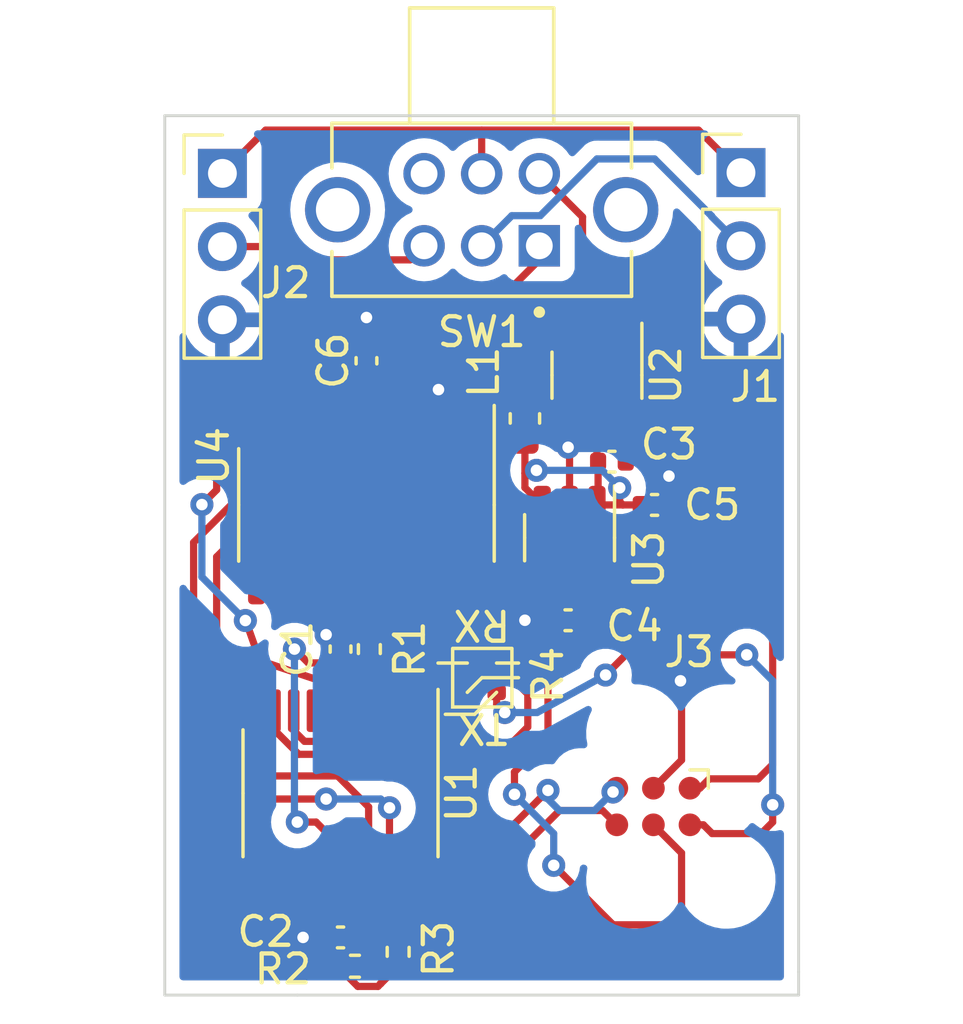
<source format=kicad_pcb>
(kicad_pcb (version 20211014) (generator pcbnew)
  (layers (0 "F.Cu" signal) (31 "B.Cu" signal) (34 "B.Paste" user) (35 "F.Paste" user) (36 "B.SilkS" user "B.Silkscreen") (37 "F.SilkS" user "F.Silkscreen") (38 "B.Mask" user) (39 "F.Mask" user) (44 "Edge.Cuts" user))
  (net 0 "")
  (net 1 "/3v2")
  (net 2 "GND")
  (net 3 "Net-(C3-Pad1)")
  (net 4 "/3v3")
  (net 5 "/12V_IN")
  (net 6 "/MCU_SENSE")
  (net 7 "/PEDAL_IN")
  (net 8 "Net-(L1-Pad2)")
  (net 9 "Net-(R1-Pad2)")
  (net 10 "/RESISTOR_SENSE")
  (net 11 "+12V")
  (net 23 "/SCL")
  (net 24 "/SDA")
  (net 29 "/TX")
  (net 30 "/RX")
  (net 31 "/SWDCLK")
  (net 32 "/SWDIO")
  (net 33 "/TXD")
  (net 34 "/RXD")
  (footprint "Capacitor_SMD:C_0402_1005Metric" (layer "F.Cu") (at 179.52 80 180)
    (fp_text reference "C3" (at -1.98 0.6) (layer "F.SilkS"))
    (fp_text value "100nf")
    (fp_line (start -0.107836 0.36) (end 0.107836 0.36) (layer "F.SilkS") (width 0.12))
    (fp_line (start -0.107836 -0.36) (end 0.107836 -0.36) (layer "F.SilkS") (width 0.12))
    (pad "1" smd roundrect (at -0.48 0 180) (size 0.56 0.62) (layers "F.Cu" "F.Paste" "F.Mask") (net 3 "Net-(C3-Pad1)"))
    (pad "2" smd roundrect (at 0.48 0 180) (size 0.56 0.62) (layers "F.Cu" "F.Paste" "F.Mask") (net 4 "/3v3"))
  )
  (footprint "Inductor_SMD:L_0603_1608Metric" (layer "F.Cu") (at 176.5 78.5 90)
    (fp_text reference "L1" (at 1.6 -1.43 90) (layer "F.SilkS"))
    (fp_text value "2.2u")
    (fp_line (start -0.162779 -0.51) (end 0.162779 -0.51) (layer "F.SilkS") (width 0.12))
    (fp_line (start -0.162779 0.51) (end 0.162779 0.51) (layer "F.SilkS") (width 0.12))
    (pad "1" smd roundrect (at -0.7875 0 90) (size 0.875 0.95) (layers "F.Cu" "F.Paste" "F.Mask") (net 4 "/3v3"))
    (pad "2" smd roundrect (at 0.7875 0 90) (size 0.875 0.95) (layers "F.Cu" "F.Paste" "F.Mask") (net 8 "Net-(L1-Pad2)"))
  )
  (footprint "Connector_PinHeader_2.54mm:PinHeader_1x03_P2.54mm_Vertical" (layer "F.Cu") (at 184 69.975)
    (fp_text reference "J1" (at 0.5 7.425) (layer "F.SilkS"))
    (fp_text value "Conn_01x03_Female")
    (fp_line (start 1.33 1.27) (end 1.33 6.41) (layer "F.SilkS") (width 0.12))
    (fp_line (start -1.33 -1.33) (end 0 -1.33) (layer "F.SilkS") (width 0.12))
    (fp_line (start -1.33 1.27) (end -1.33 6.41) (layer "F.SilkS") (width 0.12))
    (fp_line (start -1.33 0) (end -1.33 -1.33) (layer "F.SilkS") (width 0.12))
    (fp_line (start -1.33 1.27) (end 1.33 1.27) (layer "F.SilkS") (width 0.12))
    (fp_line (start -1.33 6.41) (end 1.33 6.41) (layer "F.SilkS") (width 0.12))
    (pad "1" thru_hole rect (at 0 0) (size 1.7 1.7) (drill 1) (layers *.Cu *.Mask) (net 5 "/12V_IN"))
    (pad "2" thru_hole oval (at 0 2.54) (size 1.7 1.7) (drill 1) (layers *.Cu *.Mask) (net 6 "/MCU_SENSE"))
    (pad "3" thru_hole oval (at 0 5.08) (size 1.7 1.7) (drill 1) (layers *.Cu *.Mask) (net 2 "GND"))
  )
  (footprint "Package_TO_SOT_SMD:TSOT-23-6" (layer "F.Cu") (at 179 77 -90)
    (fp_text reference "U2" (at 0 -2.4 90) (layer "F.SilkS"))
    (fp_text value "AP63203WU")
    (fp_line (start 0 1.56) (end -0.8 1.56) (layer "F.SilkS") (width 0.12))
    (fp_line (start 0 -1.56) (end -1.8 -1.56) (layer "F.SilkS") (width 0.12))
    (fp_line (start 0 -1.56) (end 0.8 -1.56) (layer "F.SilkS") (width 0.12))
    (fp_line (start 0 1.56) (end 0.8 1.56) (layer "F.SilkS") (width 0.12))
    (pad "1" smd roundrect (at -1.1375 -0.95 270) (size 1.325 0.6) (layers "F.Cu" "F.Paste" "F.Mask") (net 8 "Net-(L1-Pad2)"))
    (pad "2" smd roundrect (at -1.1375 0 270) (size 1.325 0.6) (layers "F.Cu" "F.Paste" "F.Mask") (net 11 "+12V"))
    (pad "3" smd roundrect (at -1.1375 0.95 270) (size 1.325 0.6) (layers "F.Cu" "F.Paste" "F.Mask") (net 11 "+12V"))
    (pad "4" smd roundrect (at 1.1375 0.95 270) (size 1.325 0.6) (layers "F.Cu" "F.Paste" "F.Mask") (net 2 "GND"))
    (pad "5" smd roundrect (at 1.1375 0 270) (size 1.325 0.6) (layers "F.Cu" "F.Paste" "F.Mask") (net 4 "/3v3"))
    (pad "6" smd roundrect (at 1.1375 -0.95 270) (size 1.325 0.6) (layers "F.Cu" "F.Paste" "F.Mask") (net 3 "Net-(C3-Pad1)"))
  )
  (footprint "Connector:Tag-Connect_TC2030-IDC-FP_2x03_P1.27mm_Vertical" (layer "F.Cu") (at 180.96 91.96 180)
    (fp_text reference "J3" (at -1.24 5.36) (layer "F.SilkS"))
    (fp_text value "TAG_CONNECT")
    (fp_line (start -1.27 1.27) (end -1.905 1.27) (layer "F.SilkS") (width 0.12))
    (fp_line (start -1.905 1.27) (end -1.905 0.635) (layer "F.SilkS") (width 0.12))
    (pad "" np_thru_hole circle (at -2.54 -2.54 180) (size 2.3749 2.3749) (drill 2.3749) (layers *.Cu *.Mask))
    (pad "" np_thru_hole circle (at -2.54 0 180) (size 0.9906 0.9906) (drill 0.9906) (layers *.Cu *.Mask))
    (pad "" np_thru_hole circle (at 0.635 2.54 180) (size 2.3749 2.3749) (drill 2.3749) (layers *.Cu *.Mask))
    (pad "" np_thru_hole circle (at 2.54 1.016 180) (size 0.9906 0.9906) (drill 0.9906) (layers *.Cu *.Mask))
    (pad "" np_thru_hole circle (at 2.54 -1.016 180) (size 0.9906 0.9906) (drill 0.9906) (layers *.Cu *.Mask))
    (pad "" np_thru_hole circle (at 0.635 -2.54 180) (size 2.3749 2.3749) (drill 2.3749) (layers *.Cu *.Mask))
    (pad "" np_thru_hole circle (at -2.54 2.54 180) (size 2.3749 2.3749) (drill 2.3749) (layers *.Cu *.Mask))
    (pad "1" connect circle (at -1.27 0.635 180) (size 0.7874 0.7874) (layers "F.Cu" "F.Mask") (net 4 "/3v3"))
    (pad "2" connect circle (at -1.27 -0.635 180) (size 0.7874 0.7874) (layers "F.Cu" "F.Mask") (net 29 "/TX"))
    (pad "3" connect circle (at 0 0.635 180) (size 0.7874 0.7874) (layers "F.Cu" "F.Mask") (net 2 "GND"))
    (pad "4" connect circle (at 0 -0.635 180) (size 0.7874 0.7874) (layers "F.Cu" "F.Mask") (net 30 "/RX"))
    (pad "5" connect circle (at 1.27 0.635 180) (size 0.7874 0.7874) (layers "F.Cu" "F.Mask") (net 31 "/SWDCLK"))
    (pad "6" connect circle (at 1.27 -0.635 180) (size 0.7874 0.7874) (layers "F.Cu" "F.Mask") (net 32 "/SWDIO"))
  )
  (footprint "Library:SW_EG2208" (layer "F.Cu") (at 175 71.2625 180)
    (fp_text reference "SW1" (at 0 -4.2375) (layer "F.SilkS"))
    (fp_text value "SW_DPDT")
    (fp_line (start -2.5 3) (end -2.5 7) (layer "F.SilkS") (width 0.127))
    (fp_line (start -5.2 -3) (end -5.2 -1.4525) (layer "F.SilkS") (width 0.127))
    (fp_line (start 2.5 3) (end 5.2 3) (layer "F.SilkS") (width 0.127))
    (fp_line (start -5.2 3) (end -5.2 1.4525) (layer "F.SilkS") (width 0.127))
    (fp_line (start 2.5 7) (end 2.5 3) (layer "F.SilkS") (width 0.127))
    (fp_line (start -2.5 3) (end 2.5 3) (layer "F.SilkS") (width 0.127))
    (fp_line (start -2.5 7) (end 2.5 7) (layer "F.SilkS") (width 0.127))
    (fp_line (start -5.2 3) (end -2.5 3) (layer "F.SilkS") (width 0.127))
    (fp_line (start 5.2 -3) (end -5.2 -3) (layer "F.SilkS") (width 0.127))
    (fp_line (start 5.2 -1.4525) (end 5.2 -3) (layer "F.SilkS") (width 0.127))
    (fp_line (start 5.2 3) (end 5.2 1.4525) (layer "F.SilkS") (width 0.127))
    (fp_circle (center -2 -3.55) (end -1.9 -3.55) (layer "F.SilkS") (width 0.2) (fill none))
    (pad "1" thru_hole rect (at -2 -1.25 180) (size 1.438 1.438) (drill 0.93) (layers *.Cu *.Mask) (net 10 "/RESISTOR_SENSE"))
    (pad "2" thru_hole circle (at 0 -1.25 180) (size 1.438 1.438) (drill 0.93) (layers *.Cu *.Mask) (net 6 "/MCU_SENSE"))
    (pad "3" thru_hole circle (at 2 -1.25 180) (size 1.438 1.438) (drill 0.93) (layers *.Cu *.Mask) (net 7 "/PEDAL_IN"))
    (pad "4" thru_hole circle (at -2 1.25 180) (size 1.438 1.438) (drill 0.93) (layers *.Cu *.Mask) (net 11 "+12V"))
    (pad "5" thru_hole circle (at 0 1.25 180) (size 1.438 1.438) (drill 0.93) (layers *.Cu *.Mask) (net 5 "/12V_IN"))
    (pad "6" thru_hole circle (at 2 1.25 180) (size 1.438 1.438) (drill 0.93) (layers *.Cu *.Mask))
    (pad "S1" thru_hole circle (at -5 0 180) (size 2.265 2.265) (drill 1.51) (layers *.Cu *.Mask))
    (pad "S2" thru_hole circle (at 5 0 180) (size 2.265 2.265) (drill 1.51) (layers *.Cu *.Mask))
  )
  (footprint "Capacitor_SMD:C_0402_1005Metric" (layer "F.Cu") (at 170.1 96.500002 180)
    (fp_text reference "C2" (at 2.6 0.200002) (layer "F.SilkS"))
    (fp_text value "0.1u")
    (fp_line (start -0.107836 -0.36) (end 0.107836 -0.36) (layer "F.SilkS") (width 0.12))
    (fp_line (start -0.107836 0.36) (end 0.107836 0.36) (layer "F.SilkS") (width 0.12))
    (pad "1" smd roundrect (at -0.48 0 180) (size 0.56 0.62) (layers "F.Cu" "F.Paste" "F.Mask") (net 1 "/3v2"))
    (pad "2" smd roundrect (at 0.48 0 180) (size 0.56 0.62) (layers "F.Cu" "F.Paste" "F.Mask") (net 2 "GND"))
  )
  (footprint "Capacitor_SMD:C_0402_1005Metric" (layer "F.Cu") (at 170.1 86.5 90)
    (fp_text reference "C1" (at 0 -1.5 90) (layer "F.SilkS"))
    (fp_text value "0.1u")
    (fp_line (start -0.107836 -0.36) (end 0.107836 -0.36) (layer "F.SilkS") (width 0.12))
    (fp_line (start -0.107836 0.36) (end 0.107836 0.36) (layer "F.SilkS") (width 0.12))
    (pad "1" smd roundrect (at -0.48 0 90) (size 0.56 0.62) (layers "F.Cu" "F.Paste" "F.Mask") (net 1 "/3v2"))
    (pad "2" smd roundrect (at 0.48 0 90) (size 0.56 0.62) (layers "F.Cu" "F.Paste" "F.Mask") (net 2 "GND"))
  )
  (footprint "Package_SO:SOIC-14_3.9x8.7mm_P1.27mm" (layer "F.Cu") (at 171 81.5 -90)
    (fp_text reference "U4" (at -1.7 5.3 90) (layer "F.SilkS"))
    (fp_text value "AD5241BRZ1M")
    (fp_line (start 0 4.435) (end -1.95 4.435) (layer "F.SilkS") (width 0.12))
    (fp_line (start 0 -4.435) (end 1.95 -4.435) (layer "F.SilkS") (width 0.12))
    (fp_line (start 0 4.435) (end 1.95 4.435) (layer "F.SilkS") (width 0.12))
    (fp_line (start 0 -4.435) (end -3.45 -4.435) (layer "F.SilkS") (width 0.12))
    (pad "1" smd roundrect (at -2.475 -3.81 270) (size 1.95 0.6) (layers "F.Cu" "F.Paste" "F.Mask") (net 10 "/RESISTOR_SENSE"))
    (pad "2" smd roundrect (at -2.475 -2.54 270) (size 1.95 0.6) (layers "F.Cu" "F.Paste" "F.Mask") (net 2 "GND"))
    (pad "3" smd roundrect (at -2.475 -1.27 270) (size 1.95 0.6) (layers "F.Cu" "F.Paste" "F.Mask"))
    (pad "4" smd roundrect (at -2.475 0 270) (size 1.95 0.6) (layers "F.Cu" "F.Paste" "F.Mask") (net 1 "/3v2"))
    (pad "5" smd roundrect (at -2.475 1.27 270) (size 1.95 0.6) (layers "F.Cu" "F.Paste" "F.Mask") (net 1 "/3v2"))
    (pad "6" smd roundrect (at -2.475 2.54 270) (size 1.95 0.6) (layers "F.Cu" "F.Paste" "F.Mask") (net 23 "/SCL"))
    (pad "7" smd roundrect (at -2.475 3.81 270) (size 1.95 0.6) (layers "F.Cu" "F.Paste" "F.Mask") (net 24 "/SDA"))
    (pad "8" smd roundrect (at 2.475 3.81 270) (size 1.95 0.6) (layers "F.Cu" "F.Paste" "F.Mask") (net 2 "GND"))
    (pad "9" smd roundrect (at 2.475 2.54 270) (size 1.95 0.6) (layers "F.Cu" "F.Paste" "F.Mask") (net 2 "GND"))
    (pad "10" smd roundrect (at 2.475 1.27 270) (size 1.95 0.6) (layers "F.Cu" "F.Paste" "F.Mask") (net 2 "GND"))
    (pad "11" smd roundrect (at 2.475 0 270) (size 1.95 0.6) (layers "F.Cu" "F.Paste" "F.Mask") (net 2 "GND"))
    (pad "12" smd roundrect (at 2.475 -1.27 270) (size 1.95 0.6) (layers "F.Cu" "F.Paste" "F.Mask"))
    (pad "13" smd roundrect (at 2.475 -2.54 270) (size 1.95 0.6) (layers "F.Cu" "F.Paste" "F.Mask"))
    (pad "14" smd roundrect (at 2.475 -3.81 270) (size 1.95 0.6) (layers "F.Cu" "F.Paste" "F.Mask"))
  )
  (footprint "Package_TO_SOT_SMD:SOT-23-5" (layer "F.Cu") (at 178.050001 82.6375 -90)
    (fp_text reference "U3" (at 0.7625 -2.749999 90) (layer "F.SilkS"))
    (fp_text value "TLV70032_SOT23-5")
    (fp_line (start 0 1.56) (end 0.8 1.56) (layer "F.SilkS") (width 0.12))
    (fp_line (start 0 -1.56) (end -1.8 -1.56) (layer "F.SilkS") (width 0.12))
    (fp_line (start 0 1.56) (end -0.8 1.56) (layer "F.SilkS") (width 0.12))
    (fp_line (start 0 -1.56) (end 0.8 -1.56) (layer "F.SilkS") (width 0.12))
    (pad "1" smd roundrect (at -1.1375 -0.95 270) (size 1.325 0.6) (layers "F.Cu" "F.Paste" "F.Mask") (net 4 "/3v3"))
    (pad "2" smd roundrect (at -1.1375 0 270) (size 1.325 0.6) (layers "F.Cu" "F.Paste" "F.Mask") (net 2 "GND"))
    (pad "3" smd roundrect (at -1.1375 0.95 270) (size 1.325 0.6) (layers "F.Cu" "F.Paste" "F.Mask") (net 4 "/3v3"))
    (pad "4" smd roundrect (at 1.1375 0.95 270) (size 1.325 0.6) (layers "F.Cu" "F.Paste" "F.Mask"))
    (pad "5" smd roundrect (at 1.1375 -0.95 270) (size 1.325 0.6) (layers "F.Cu" "F.Paste" "F.Mask") (net 1 "/3v2"))
  )
  (footprint "Resistor_SMD:R_0402_1005Metric" (layer "F.Cu") (at 170.6 97.5)
    (fp_text reference "R2" (at -2.5 0.1) (layer "F.SilkS"))
    (fp_text value "4.7k")
    (fp_line (start -0.153641 0.38) (end 0.153641 0.38) (layer "F.SilkS") (width 0.12))
    (fp_line (start -0.153641 -0.38) (end 0.153641 -0.38) (layer "F.SilkS") (width 0.12))
    (pad "1" smd roundrect (at -0.51 0) (size 0.54 0.64) (layers "F.Cu" "F.Paste" "F.Mask") (net 1 "/3v2"))
    (pad "2" smd roundrect (at 0.51 0) (size 0.54 0.64) (layers "F.Cu" "F.Paste" "F.Mask") (net 23 "/SCL"))
  )
  (footprint "Resistor_SMD:R_0402_1005Metric" (layer "F.Cu") (at 172.1 97 90)
    (fp_text reference "R3" (at 0.1 1.4 90) (layer "F.SilkS"))
    (fp_text value "4.7k")
    (fp_line (start -0.153641 -0.38) (end 0.153641 -0.38) (layer "F.SilkS") (width 0.12))
    (fp_line (start -0.153641 0.38) (end 0.153641 0.38) (layer "F.SilkS") (width 0.12))
    (pad "1" smd roundrect (at -0.51 0 90) (size 0.54 0.64) (layers "F.Cu" "F.Paste" "F.Mask") (net 1 "/3v2"))
    (pad "2" smd roundrect (at 0.51 0 90) (size 0.54 0.64) (layers "F.Cu" "F.Paste" "F.Mask") (net 24 "/SDA"))
  )
  (footprint "Resistor_SMD:R_0402_1005Metric" (layer "F.Cu") (at 171.1 86.5 -90)
    (fp_text reference "R1" (at 0 -1.4 90) (layer "F.SilkS"))
    (fp_text value "10k")
    (fp_line (start -0.153641 -0.38) (end 0.153641 -0.38) (layer "F.SilkS") (width 0.12))
    (fp_line (start -0.153641 0.38) (end 0.153641 0.38) (layer "F.SilkS") (width 0.12))
    (pad "1" smd roundrect (at -0.51 0 270) (size 0.54 0.64) (layers "F.Cu" "F.Paste" "F.Mask") (net 1 "/3v2"))
    (pad "2" smd roundrect (at 0.51 0 270) (size 0.54 0.64) (layers "F.Cu" "F.Paste" "F.Mask") (net 9 "Net-(R1-Pad2)"))
  )
  (footprint "Capacitor_SMD:C_0402_1005Metric" (layer "F.Cu") (at 178 85.5 180)
    (fp_text reference "C4" (at -2.3 -0.2) (layer "F.SilkS"))
    (fp_text value "22u")
    (fp_line (start -0.107836 0.36) (end 0.107836 0.36) (layer "F.SilkS") (width 0.12))
    (fp_line (start -0.107836 -0.36) (end 0.107836 -0.36) (layer "F.SilkS") (width 0.12))
    (pad "1" smd roundrect (at -0.48 0 180) (size 0.56 0.62) (layers "F.Cu" "F.Paste" "F.Mask") (net 1 "/3v2"))
    (pad "2" smd roundrect (at 0.48 0 180) (size 0.56 0.62) (layers "F.Cu" "F.Paste" "F.Mask") (net 2 "GND"))
  )
  (footprint "Capacitor_SMD:C_0402_1005Metric" (layer "F.Cu") (at 181 81.5)
    (fp_text reference "C5" (at 2 0) (layer "F.SilkS"))
    (fp_text value "22u")
    (fp_line (start -0.107836 0.36) (end 0.107836 0.36) (layer "F.SilkS") (width 0.12))
    (fp_line (start -0.107836 -0.36) (end 0.107836 -0.36) (layer "F.SilkS") (width 0.12))
    (pad "1" smd roundrect (at -0.48 0) (size 0.56 0.62) (layers "F.Cu" "F.Paste" "F.Mask") (net 4 "/3v3"))
    (pad "2" smd roundrect (at 0.48 0) (size 0.56 0.62) (layers "F.Cu" "F.Paste" "F.Mask") (net 2 "GND"))
  )
  (footprint "Capacitor_SMD:C_0402_1005Metric" (layer "F.Cu") (at 171 76.5 90)
    (fp_text reference "C6" (at 0 -1.16 90) (layer "F.SilkS"))
    (fp_text value "0.1u")
    (fp_line (start -0.107836 -0.36) (end 0.107836 -0.36) (layer "F.SilkS") (width 0.12))
    (fp_line (start -0.107836 0.36) (end 0.107836 0.36) (layer "F.SilkS") (width 0.12))
    (pad "1" smd roundrect (at -0.48 0 90) (size 0.56 0.62) (layers "F.Cu" "F.Paste" "F.Mask") (net 1 "/3v2"))
    (pad "2" smd roundrect (at 0.48 0 90) (size 0.56 0.62) (layers "F.Cu" "F.Paste" "F.Mask") (net 2 "GND"))
  )
  (footprint "Package_SO:TSSOP-20_4.4x6.5mm_P0.65mm" (layer "F.Cu") (at 170.1 91.5 -90)
    (fp_text reference "U1" (at 0 -4.2 90) (layer "F.SilkS"))
    (fp_text value "STM32F030F4Px")
    (fp_line (start 0 3.385) (end 2.2 3.385) (layer "F.SilkS") (width 0.12))
    (fp_line (start 0 -3.385) (end -3.6 -3.385) (layer "F.SilkS") (width 0.12))
    (fp_line (start 0 -3.385) (end 2.2 -3.385) (layer "F.SilkS") (width 0.12))
    (fp_line (start 0 3.385) (end -2.2 3.385) (layer "F.SilkS") (width 0.12))
    (pad "1" smd roundrect (at -2.8625 -2.925 270) (size 1.475 0.4) (layers "F.Cu" "F.Paste" "F.Mask"))
    (pad "2" smd roundrect (at -2.8625 -2.275 270) (size 1.475 0.4) (layers "F.Cu" "F.Paste" "F.Mask"))
    (pad "3" smd roundrect (at -2.8625 -1.625 270) (size 1.475 0.4) (layers "F.Cu" "F.Paste" "F.Mask"))
    (pad "4" smd roundrect (at -2.8625 -0.975 270) (size 1.475 0.4) (layers "F.Cu" "F.Paste" "F.Mask") (net 9 "Net-(R1-Pad2)"))
    (pad "5" smd roundrect (at -2.8625 -0.325 270) (size 1.475 0.4) (layers "F.Cu" "F.Paste" "F.Mask") (net 1 "/3v2"))
    (pad "6" smd roundrect (at -2.8625 0.325 270) (size 1.475 0.4) (layers "F.Cu" "F.Paste" "F.Mask") (net 7 "/PEDAL_IN"))
    (pad "7" smd roundrect (at -2.8625 0.975 270) (size 1.475 0.4) (layers "F.Cu" "F.Paste" "F.Mask"))
    (pad "8" smd roundrect (at -2.8625 1.625 270) (size 1.475 0.4) (layers "F.Cu" "F.Paste" "F.Mask") (net 33 "/TXD"))
    (pad "9" smd roundrect (at -2.8625 2.275 270) (size 1.475 0.4) (layers "F.Cu" "F.Paste" "F.Mask") (net 34 "/RXD"))
    (pad "10" smd roundrect (at -2.8625 2.925 270) (size 1.475 0.4) (layers "F.Cu" "F.Paste" "F.Mask"))
    (pad "11" smd roundrect (at 2.8625 2.925 270) (size 1.475 0.4) (layers "F.Cu" "F.Paste" "F.Mask"))
    (pad "12" smd roundrect (at 2.8625 2.275 270) (size 1.475 0.4) (layers "F.Cu" "F.Paste" "F.Mask"))
    (pad "13" smd roundrect (at 2.8625 1.625 270) (size 1.475 0.4) (layers "F.Cu" "F.Paste" "F.Mask"))
    (pad "14" smd roundrect (at 2.8625 0.975 270) (size 1.475 0.4) (layers "F.Cu" "F.Paste" "F.Mask"))
    (pad "15" smd roundrect (at 2.8625 0.325 270) (size 1.475 0.4) (layers "F.Cu" "F.Paste" "F.Mask") (net 2 "GND"))
    (pad "16" smd roundrect (at 2.8625 -0.325 270) (size 1.475 0.4) (layers "F.Cu" "F.Paste" "F.Mask") (net 1 "/3v2"))
    (pad "17" smd roundrect (at 2.8625 -0.975 270) (size 1.475 0.4) (layers "F.Cu" "F.Paste" "F.Mask") (net 23 "/SCL"))
    (pad "18" smd roundrect (at 2.8625 -1.625 270) (size 1.475 0.4) (layers "F.Cu" "F.Paste" "F.Mask") (net 24 "/SDA"))
    (pad "19" smd roundrect (at 2.8625 -2.275 270) (size 1.475 0.4) (layers "F.Cu" "F.Paste" "F.Mask") (net 32 "/SWDIO"))
    (pad "20" smd roundrect (at 2.8625 -2.925 270) (size 1.475 0.4) (layers "F.Cu" "F.Paste" "F.Mask") (net 31 "/SWDCLK"))
  )
  (footprint "Connector_PinHeader_2.54mm:PinHeader_1x03_P2.54mm_Vertical" (layer "F.Cu") (at 166 70)
    (fp_text reference "J2" (at 2.2 3.8) (layer "F.SilkS"))
    (fp_text value "Conn_01x03_Female")
    (fp_line (start -1.33 0) (end -1.33 -1.33) (layer "F.SilkS") (width 0.12))
    (fp_line (start -1.33 6.41) (end 1.33 6.41) (layer "F.SilkS") (width 0.12))
    (fp_line (start -1.33 1.27) (end 1.33 1.27) (layer "F.SilkS") (width 0.12))
    (fp_line (start -1.33 1.27) (end -1.33 6.41) (layer "F.SilkS") (width 0.12))
    (fp_line (start -1.33 -1.33) (end 0 -1.33) (layer "F.SilkS") (width 0.12))
    (fp_line (start 1.33 1.27) (end 1.33 6.41) (layer "F.SilkS") (width 0.12))
    (pad "1" thru_hole rect (at 0 0) (size 1.7 1.7) (drill 1) (layers *.Cu *.Mask) (net 5 "/12V_IN"))
    (pad "2" thru_hole oval (at 0 2.54) (size 1.7 1.7) (drill 1) (layers *.Cu *.Mask) (net 7 "/PEDAL_IN"))
    (pad "3" thru_hole oval (at 0 5.08) (size 1.7 1.7) (drill 1) (layers *.Cu *.Mask) (net 2 "GND"))
  )
  (footprint "Library:UartSelector" (layer "F.Cu") (at 174.5 88 90)
    (fp_text reference "R4" (at 0.6 2.8 90 unlocked) (layer "F.SilkS"))
    (fp_text value "UartSelector")
    (fp_text user "RX" (at 2.3368 0.508 180 unlocked) (layer "F.SilkS"))
    (fp_text user "TX" (at -1.2446 0.5334 180 unlocked) (layer "F.SilkS"))
    (fp_line (start -0.762 0.254) (end -0.762 -0.762) (layer "F.SilkS") (width 0.12))
    (fp_line (start 0 0) (end 0.508 0.508) (layer "F.SilkS") (width 0.12))
    (fp_line (start 1.016 0) (end 1.016 -1.016) (layer "F.SilkS") (width 0.12))
    (fp_line (start 1.016 1.016) (end 1.016 1.778) (layer "F.SilkS") (width 0.12))
    (fp_line (start 0.508 0.508) (end 0.508 1.778) (layer "F.SilkS") (width 0.12))
    (fp_line (start 0 1.016) (end -0.762 0.254) (layer "F.SilkS") (width 0.12))
    (fp_rect (start -0.508 -0.508) (end 1.524 1.5494) (layer "F.SilkS") (width 0.12) (fill none))
    (pad "1" smd roundrect (at 0 1.02 90) (size 0.54 0.64) (layers "F.Cu" "F.Paste" "F.Mask") (net 29 "/TX"))
    (pad "2" smd roundrect (at 0 0 90) (size 0.54 0.64) (layers "F.Cu" "F.Paste" "F.Mask") (net 33 "/TXD"))
    (pad "3" smd roundrect (at 1.02 1.02 90) (size 0.54 0.64) (layers "F.Cu" "F.Paste" "F.Mask") (net 34 "/RXD"))
    (pad "4" smd roundrect (at 1.02 0 90) (size 0.54 0.64) (layers "F.Cu" "F.Paste" "F.Mask") (net 30 "/RX"))
  )
  (gr_line (start 164 98.5) (end 168.6 98.5) (layer "Edge.Cuts") (width 0.1))
  (gr_line (start 164 68) (end 186 68) (layer "Edge.Cuts") (width 0.1))
  (gr_line (start 164 68) (end 164 98.5) (layer "Edge.Cuts") (width 0.1))
  (gr_line (start 168.6 98.5) (end 186 98.5) (layer "Edge.Cuts") (width 0.1))
  (gr_line (start 186 98.5) (end 186 97.7) (layer "Edge.Cuts") (width 0.1))
  (gr_line (start 186 68) (end 186 97.7) (layer "Edge.Cuts") (width 0.1))
  (segment (start 170.425001 94.3625) (end 170.425 96.345001) (width 0.25) (layer "F.Cu") (net 1))
  (segment (start 170.425 94.3625) (end 170.425 93.673959) (width 0.25) (layer "F.Cu") (net 1))
  (segment (start 179.000001 83.775) (end 179.000001 84.979999) (width 0.25) (layer "F.Cu") (net 1))
  (segment (start 172.04 85.99) (end 171.1 85.99) (width 0.25) (layer "F.Cu") (net 1))
  (segment (start 169.251041 92.5) (end 168.6 92.5) (width 0.25) (layer "F.Cu") (net 1))
  (segment (start 171.5 81.558249) (end 172.915 82.973249) (width 0.25) (layer "F.Cu") (net 1))
  (segment (start 179.000001 83.775) (end 177.725001 82.5) (width 0.25) (layer "F.Cu") (net 1))
  (segment (start 171.5 80.5) (end 171 80) (width 0.25) (layer "F.Cu") (net 1))
  (segment (start 170.425 93.673959) (end 169.251041 92.5) (width 0.25) (layer "F.Cu") (net 1))
  (segment (start 176.5 82.5) (end 174.5 80.5) (width 0.25) (layer "F.Cu") (net 1))
  (segment (start 171 76.98) (end 171 79.025) (width 0.25) (layer "F.Cu") (net 1))
  (segment (start 177.725001 82.5) (end 176.5 82.5) (width 0.25) (layer "F.Cu") (net 1))
  (segment (start 170.58 97.01) (end 170.58 96.500001) (width 0.25) (layer "F.Cu") (net 1))
  (segment (start 171.4 98.2) (end 171.5 98.1) (width 0.25) (layer "F.Cu") (net 1))
  (segment (start 170.7 98.2) (end 171.4 98.2) (width 0.25) (layer "F.Cu") (net 1))
  (segment (start 172.09 97.51) (end 171.5 98.1) (width 0.25) (layer "F.Cu") (net 1))
  (segment (start 172.1 97.51) (end 172.09 97.51) (width 0.25) (layer "F.Cu") (net 1))
  (segment (start 170.425 96.345001) (end 170.58 96.500001) (width 0.25) (layer "F.Cu") (net 1))
  (segment (start 171.5 98.1) (end 171.480538 98.1) (width 0.25) (layer "F.Cu") (net 1))
  (segment (start 170.09 97.59) (end 170.7 98.2) (width 0.25) (layer "F.Cu") (net 1))
  (segment (start 172.915 82.973249) (end 172.915 85.115) (width 0.25) (layer "F.Cu") (net 1))
  (segment (start 179.000001 84.979999) (end 178.48 85.5) (width 0.25) (layer "F.Cu") (net 1))
  (segment (start 168.98 86.98) (end 168.5 86.5) (width 0.25) (layer "F.Cu") (net 1))
  (segment (start 170.1 86.98) (end 170.425 87.305) (width 0.25) (layer "F.Cu") (net 1))
  (segment (start 170.09 97.5) (end 170.58 97.01) (width 0.25) (layer "F.Cu") (net 1))
  (segment (start 171.1 85.99) (end 170.11 86.98) (width 0.25) (layer "F.Cu") (net 1))
  (segment (start 171 80) (end 171 79.025) (width 0.25) (layer "F.Cu") (net 1))
  (segment (start 170.1 86.98) (end 168.98 86.98) (width 0.25) (layer "F.Cu") (net 1))
  (segment (start 174.5 80.5) (end 171.5 80.5) (width 0.25) (layer "F.Cu") (net 1))
  (segment (start 170.09 97.5) (end 170.09 97.59) (width 0.25) (layer "F.Cu") (net 1))
  (segment (start 170.11 86.98) (end 170.1 86.98) (width 0.25) (layer "F.Cu") (net 1))
  (segment (start 170.425 87.305) (end 170.425001 88.637501) (width 0.25) (layer "F.Cu") (net 1))
  (segment (start 169.73 79.025) (end 171 79.025) (width 0.25) (layer "F.Cu") (net 1))
  (segment (start 171.5 80.5) (end 171.5 81.558249) (width 0.25) (layer "F.Cu") (net 1))
  (segment (start 172.915 85.115) (end 172.04 85.99) (width 0.25) (layer "F.Cu") (net 1))
  (via (at 168.6 92.5) (size 0.8) (drill 0.4) (layers "F.Cu" "B.Cu") (net 1))
  (via (at 168.5 86.5) (size 0.8) (drill 0.4) (layers "F.Cu" "B.Cu") (net 1))
  (segment (start 168.5 86.5) (end 168.5 92.4) (width 0.25) (layer "B.Cu") (net 1))
  (segment (start 168.5 92.4) (end 168.6 92.5) (width 0.25) (layer "B.Cu") (net 1))
  (segment (start 178.05 79.45) (end 178 79.5) (width 0.25) (layer "F.Cu") (net 2))
  (segment (start 181.937549 87.637549) (end 181.9 87.6) (width 0.25) (layer "F.Cu") (net 2))
  (segment (start 178.050001 81.5) (end 178.050001 79.550001) (width 0.25) (layer "F.Cu") (net 2))
  (segment (start 173.54 79.025) (end 173.54 77.54) (width 0.25) (layer "F.Cu") (net 2))
  (segment (start 169.775 96.345001) (end 169.620001 96.500001) (width 0.25) (layer "F.Cu") (net 2))
  (segment (start 181.48 80.52) (end 181.5 80.5) (width 0.25) (layer "F.Cu") (net 2))
  (segment (start 169.62 96.500001) (end 168.8 96.5) (width 0.25) (layer "F.Cu") (net 2))
  (segment (start 169.73 85.87) (end 169.6 86) (width 0.25) (layer "F.Cu") (net 2))
  (segment (start 167.19 83.975) (end 168.46 83.975) (width 0.25) (layer "F.Cu") (net 2))
  (segment (start 181.937549 90.347451) (end 181.937549 88.3) (width 0.25) (layer "F.Cu") (net 2))
  (segment (start 168.46 83.975) (end 169.73 83.975) (width 0.25) (layer "F.Cu") (net 2))
  (segment (start 169.73 83.975) (end 169.73 85.87) (width 0.25) (layer "F.Cu") (net 2))
  (segment (start 169.73 83.975) (end 171 83.975) (width 0.25) (layer "F.Cu") (net 2))
  (segment (start 181.937549 88.3) (end 181.937549 87.637549) (width 0.25) (layer "F.Cu") (net 2))
  (segment (start 181.48 81.5) (end 181.48 80.52) (width 0.25) (layer "F.Cu") (net 2))
  (segment (start 180.96 91.325) (end 181.937549 90.347451) (width 0.25) (layer "F.Cu") (net 2))
  (segment (start 169.775 94.3625) (end 169.775 96.345001) (width 0.25) (layer "F.Cu") (net 2))
  (segment (start 173.54 77.54) (end 173.5 77.5) (width 0.25) (layer "F.Cu") (net 2))
  (segment (start 169.62 86.02) (end 169.6 86) (width 0.25) (layer "F.Cu") (net 2))
  (segment (start 177.52 85.5) (end 176.5 85.5) (width 0.25) (layer "F.Cu") (net 2))
  (segment (start 170.1 86.02) (end 169.62 86.02) (width 0.25) (layer "F.Cu") (net 2))
  (segment (start 171 76.02) (end 171 75) (width 0.25) (layer "F.Cu") (net 2))
  (segment (start 178.05 78.1375) (end 178.05 79.45) (width 0.25) (layer "F.Cu") (net 2))
  (segment (start 178.050001 79.550001) (end 178 79.5) (width 0.25) (layer "F.Cu") (net 2))
  (via (at 181.9 87.6) (size 0.8) (drill 0.4) (layers "F.Cu" "B.Cu") (net 2))
  (via (at 178 79.5) (size 0.8) (drill 0.4) (layers "F.Cu" "B.Cu") (net 2))
  (via (at 169.6 86) (size 0.8) (drill 0.4) (layers "F.Cu" "B.Cu") (net 2))
  (via (at 181.5 80.5) (size 0.8) (drill 0.4) (layers "F.Cu" "B.Cu") (net 2))
  (via (at 171 75) (size 0.8) (drill 0.4) (layers "F.Cu" "B.Cu") (net 2))
  (via (at 176.5 85.5) (size 0.8) (drill 0.4) (layers "F.Cu" "B.Cu") (net 2))
  (via (at 168.8 96.5) (size 0.8) (drill 0.4) (layers "F.Cu" "B.Cu") (net 2))
  (via (at 173.5 77.5) (size 0.8) (drill 0.4) (layers "F.Cu" "B.Cu") (net 2))
  (segment (start 179.95 79.95) (end 180 80) (width 0.25) (layer "F.Cu") (net 3))
  (segment (start 179.95 78.1375) (end 179.95 79.95) (width 0.25) (layer "F.Cu") (net 3))
  (segment (start 179 79.96) (end 179.04 80) (width 0.25) (layer "F.Cu") (net 4))
  (segment (start 182.9 91) (end 184.6 91) (width 0.25) (layer "F.Cu") (net 4))
  (segment (start 182.23 91.325) (end 182.575 91.325) (width 0.25) (layer "F.Cu") (net 4))
  (segment (start 180.52 81.82) (end 180.52 81.5) (width 0.25) (layer "F.Cu") (net 4))
  (segment (start 176.5 80.4) (end 176.6 80.3) (width 0.25) (layer "F.Cu") (net 4))
  (segment (start 179 78.1375) (end 179 79.96) (width 0.25) (layer "F.Cu") (net 4))
  (segment (start 179.9 81.5) (end 180.52 81.5) (width 0.25) (layer "F.Cu") (net 4))
  (segment (start 179.789889 80.90617) (end 179.789889 81.389889) (width 0.25) (layer "F.Cu") (net 4))
  (segment (start 179.04 80) (end 179.04 81.460001) (width 0.25) (layer "F.Cu") (net 4))
  (segment (start 179.04 81.460001) (end 179.000001 81.5) (width 0.25) (layer "F.Cu") (net 4))
  (segment (start 181.9 82.4) (end 181.1 82.4) (width 0.25) (layer "F.Cu") (net 4))
  (segment (start 185.1 85.6) (end 181.9 82.4) (width 0.25) (layer "F.Cu") (net 4))
  (segment (start 185.1 90.5) (end 185.1 85.6) (width 0.25) (layer "F.Cu") (net 4))
  (segment (start 182.575 91.325) (end 182.9 91) (width 0.25) (layer "F.Cu") (net 4))
  (segment (start 184.6 91) (end 185.1 90.5) (width 0.25) (layer "F.Cu") (net 4))
  (segment (start 179.789889 81.389889) (end 179.9 81.5) (width 0.25) (layer "F.Cu") (net 4))
  (segment (start 176.6 80.3) (end 176.9 80.3) (width 0.25) (layer "F.Cu") (net 4))
  (segment (start 176.5 80.899999) (end 177.100001 81.5) (width 0.25) (layer "F.Cu") (net 4))
  (segment (start 176.5 79.2875) (end 176.5 80.4) (width 0.25) (layer "F.Cu") (net 4))
  (segment (start 181.1 82.4) (end 180.52 81.82) (width 0.25) (layer "F.Cu") (net 4))
  (segment (start 179.000001 81.5) (end 179.9 81.5) (width 0.25) (layer "F.Cu") (net 4))
  (segment (start 176.5 80.4) (end 176.5 80.899999) (width 0.25) (layer "F.Cu") (net 4))
  (via (at 179.789889 80.90617) (size 0.8) (drill 0.4) (layers "F.Cu" "B.Cu") (net 4))
  (via (at 176.9 80.3) (size 0.8) (drill 0.4) (layers "F.Cu" "B.Cu") (net 4))
  (segment (start 176.9 80.3) (end 179.183719 80.3) (width 0.25) (layer "B.Cu") (net 4))
  (segment (start 179.183719 80.3) (end 179.789889 80.90617) (width 0.25) (layer "B.Cu") (net 4))
  (segment (start 175 68.5) (end 182.525 68.5) (width 0.25) (layer "F.Cu") (net 5))
  (segment (start 175 70.0125) (end 175 68.5) (width 0.25) (layer "F.Cu") (net 5))
  (segment (start 166 70) (end 167.5 68.5) (width 0.25) (layer "F.Cu") (net 5))
  (segment (start 167.5 68.5) (end 175 68.5) (width 0.25) (layer "F.Cu") (net 5))
  (segment (start 182.525 68.5) (end 184 69.975) (width 0.25) (layer "F.Cu") (net 5))
  (segment (start 177.0315 71.4685) (end 179 69.5) (width 0.25) (layer "B.Cu") (net 6))
  (segment (start 182.985 71.485) (end 182.985 71.5) (width 0.25) (layer "B.Cu") (net 6))
  (segment (start 175 72.5125) (end 176.044 71.4685) (width 0.25) (layer "B.Cu") (net 6))
  (segment (start 182.985 71.5) (end 184 72.515) (width 0.25) (layer "B.Cu") (net 6))
  (segment (start 176.044 71.4685) (end 177.0315 71.4685) (width 0.25) (layer "B.Cu") (net 6))
  (segment (start 179 69.5) (end 181 69.5) (width 0.25) (layer "B.Cu") (net 6))
  (segment (start 181 69.5) (end 182.985 71.485) (width 0.25) (layer "B.Cu") (net 6))
  (segment (start 169 75.2) (end 169 73) (width 0.25) (layer "F.Cu") (net 7))
  (segment (start 166 72.54) (end 168.54 72.54) (width 0.25) (layer "F.Cu") (net 7))
  (segment (start 166.805906 85.5) (end 166.796919 85.508987) (width 0.25) (layer "F.Cu") (net 7))
  (segment (start 168.54 72.54) (end 169 73) (width 0.25) (layer "F.Cu") (net 7))
  (segment (start 169.775 88.6375) (end 169.7 87.7) (width 0.25) (layer "F.Cu") (net 7))
  (segment (start 167.3 86.9) (end 166.805906 85.5) (width 0.25) (layer "F.Cu") (net 7))
  (segment (start 165.8 80.975402) (end 165.8 78.4) (width 0.25) (layer "F.Cu") (net 7))
  (segment (start 172.5125 73) (end 173 72.5125) (width 0.25) (layer "F.Cu") (net 7))
  (segment (start 169.7 87.7) (end 167.3 86.9) (width 0.25) (layer "F.Cu") (net 7))
  (segment (start 165.8 78.4) (end 169 75.2) (width 0.25) (layer "F.Cu") (net 7))
  (segment (start 165.287701 81.487701) (end 165.8 80.975402) (width 0.25) (layer "F.Cu") (net 7))
  (segment (start 169 73) (end 172.5125 73) (width 0.25) (layer "F.Cu") (net 7))
  (via (at 165.287701 81.487701) (size 0.8) (drill 0.4) (layers "F.Cu" "B.Cu") (net 7))
  (via (at 166.796919 85.508987) (size 0.8) (drill 0.4) (layers "F.Cu" "B.Cu") (net 7))
  (segment (start 165.287701 83.999769) (end 165.287701 81.487701) (width 0.25) (layer "B.Cu") (net 7))
  (segment (start 166.796919 85.508987) (end 165.287701 83.999769) (width 0.25) (layer "B.Cu") (net 7))
  (segment (start 177.2125 77) (end 176.5 77.7125) (width 0.25) (layer "F.Cu") (net 8))
  (segment (start 179.95 76.55) (end 179.5 77) (width 0.25) (layer "F.Cu") (net 8))
  (segment (start 179.5 77) (end 177.2125 77) (width 0.25) (layer "F.Cu") (net 8))
  (segment (start 179.95 75.8625) (end 179.95 76.55) (width 0.25) (layer "F.Cu") (net 8))
  (segment (start 171.1 88.6125) (end 171.075001 88.637501) (width 0.25) (layer "F.Cu") (net 9))
  (segment (start 171.1 87.01) (end 171.1 88.6125) (width 0.25) (layer "F.Cu") (net 9))
  (segment (start 174.81 75.19) (end 176 74) (width 0.25) (layer "F.Cu") (net 10))
  (segment (start 177 72.5125) (end 177 73) (width 0.25) (layer "F.Cu") (net 10))
  (segment (start 174.81 79.025) (end 174.81 75.19) (width 0.25) (layer "F.Cu") (net 10))
  (segment (start 177 73) (end 176 74) (width 0.25) (layer "F.Cu") (net 10))
  (segment (start 178.55 75.4125) (end 179 75.8625) (width 0.25) (layer "F.Cu") (net 11))
  (segment (start 177 70.0125) (end 178.5 71.5125) (width 0.25) (layer "F.Cu") (net 11))
  (segment (start 178.05 75.8625) (end 179 75.8625) (width 0.25) (layer "F.Cu") (net 11))
  (segment (start 178.5 71.5125) (end 178.5 75.4125) (width 0.25) (layer "F.Cu") (net 11))
  (segment (start 178.5 75.4125) (end 178.05 75.8625) (width 0.25) (layer "F.Cu") (net 11))
  (segment (start 178.5 75.4125) (end 178.55 75.4125) (width 0.25) (layer "F.Cu") (net 11))
  (segment (start 167.7 90.9) (end 165.8 89) (width 0.25) (layer "F.Cu") (net 23))
  (segment (start 171.075 91.975) (end 170 90.9) (width 0.25) (layer "F.Cu") (net 23))
  (segment (start 165.8 89) (end 165.8 83.3) (width 0.25) (layer "F.Cu") (net 23))
  (segment (start 168.46 80.64) (end 168.46 79.025) (width 0.25) (layer "F.Cu") (net 23))
  (segment (start 170 90.9) (end 167.7 90.9) (width 0.25) (layer "F.Cu") (net 23))
  (segment (start 165.8 83.3) (end 168.46 80.64) (width 0.25) (layer "F.Cu") (net 23))
  (segment (start 171.184999 96.085) (end 171.185 97.425) (width 0.25) (layer "F.Cu") (net 23))
  (segment (start 171.075 94.3625) (end 171.075 95.975) (width 0.25) (layer "F.Cu") (net 23))
  (segment (start 171.185 97.425) (end 171.11 97.5) (width 0.25) (layer "F.Cu") (net 23))
  (segment (start 171.075 95.975) (end 171.184999 96.085) (width 0.25) (layer "F.Cu") (net 23))
  (segment (start 171.075 94.3625) (end 171.075 91.975) (width 0.25) (layer "F.Cu") (net 23))
  (segment (start 165 88.7) (end 165 89.3) (width 0.25) (layer "F.Cu") (net 24))
  (segment (start 172.1 96.49) (end 171.725 96.115) (width 0.25) (layer "F.Cu") (net 24))
  (segment (start 171.7995 94.288) (end 171.725 94.3625) (width 0.25) (layer "F.Cu") (net 24))
  (segment (start 167.19 80.41) (end 167.19 80.61) (width 0.25) (layer "F.Cu") (net 24))
  (segment (start 165 89.3) (end 167.4 91.7) (width 0.25) (layer "F.Cu") (net 24))
  (segment (start 171.725 96.115) (end 171.725 94.3625) (width 0.25) (layer "F.Cu") (net 24))
  (segment (start 167.19 80.61) (end 165 82.8) (width 0.25) (layer "F.Cu") (net 24))
  (segment (start 171.7995 92.003957) (end 171.7995 94.288) (width 0.25) (layer "F.Cu") (net 24))
  (segment (start 167.4 91.7) (end 169.6 91.7) (width 0.25) (layer "F.Cu") (net 24))
  (segment (start 167.19 79.025) (end 167.19 80.41) (width 0.25) (layer "F.Cu") (net 24))
  (segment (start 165 82.8) (end 165 88.7) (width 0.25) (layer "F.Cu") (net 24))
  (via (at 169.6 91.7) (size 0.8) (drill 0.4) (layers "F.Cu" "B.Cu") (net 24))
  (via (at 171.7995 92.003957) (size 0.8) (drill 0.4) (layers "F.Cu" "B.Cu") (net 24))
  (segment (start 171.495543 91.7) (end 171.7995 92.003957) (width 0.25) (layer "B.Cu") (net 24))
  (segment (start 169.6 91.7) (end 171.495543 91.7) (width 0.25) (layer "B.Cu") (net 24))
  (segment (start 182.23 92.595) (end 182.695 92.595) (width 0.25) (layer "F.Cu") (net 29))
  (segment (start 185.1 91.9) (end 185.1 92.5) (width 0.25) (layer "F.Cu") (net 29))
  (segment (start 180 86.7) (end 184.2 86.7) (width 0.25) (layer "F.Cu") (net 29))
  (segment (start 175.52 88.42) (end 175.8 88.7) (width 0.25) (layer "F.Cu") (net 29))
  (segment (start 175.52 88) (end 175.52 88.42) (width 0.25) (layer "F.Cu") (net 29))
  (segment (start 183 92.9) (end 184.7 92.9) (width 0.25) (layer "F.Cu") (net 29))
  (segment (start 179.3 87.4) (end 180 86.7) (width 0.25) (layer "F.Cu") (net 29))
  (segment (start 182.695 92.595) (end 183 92.9) (width 0.25) (layer "F.Cu") (net 29))
  (segment (start 185.1 92.5) (end 184.7 92.9) (width 0.25) (layer "F.Cu") (net 29))
  (via (at 185.1 91.9) (size 0.8) (drill 0.4) (layers "F.Cu" "B.Cu") (net 29))
  (via (at 179.3 87.4) (size 0.8) (drill 0.4) (layers "F.Cu" "B.Cu") (net 29))
  (via (at 184.2 86.7) (size 0.8) (drill 0.4) (layers "F.Cu" "B.Cu") (net 29))
  (via (at 175.8 88.7) (size 0.8) (drill 0.4) (layers "F.Cu" "B.Cu") (net 29))
  (segment (start 179.3 87.4) (end 176.9245 88.7) (width 0.25) (layer "B.Cu") (net 29))
  (segment (start 185.1 87.6) (end 185.1 91.9) (width 0.25) (layer "B.Cu") (net 29))
  (segment (start 176.9245 88.7) (end 175.8 88.7) (width 0.25) (layer "B.Cu") (net 29))
  (segment (start 184.2 86.7) (end 185.1 87.6) (width 0.25) (layer "B.Cu") (net 29))
  (segment (start 174.5 86.98) (end 174.5 86.930538) (width 0.25) (layer "F.Cu") (net 30))
  (segment (start 176.137701 90.762299) (end 176.137701 91.537701) (width 0.25) (layer "F.Cu") (net 30))
  (segment (start 174.5 86.930538) (end 175.130538 86.3) (width 0.25) (layer "F.Cu") (net 30))
  (segment (start 177.5 94) (end 179.562451 96.062451) (width 0.25) (layer "F.Cu") (net 30))
  (segment (start 179.562451 96.062451) (end 181.675098 96.062451) (width 0.25) (layer "F.Cu") (net 30))
  (segment (start 176.4 86.3) (end 177.3 87.2) (width 0.25) (layer "F.Cu") (net 30))
  (segment (start 175.130538 86.3) (end 176.4 86.3) (width 0.25) (layer "F.Cu") (net 30))
  (segment (start 181.937549 93.572549) (end 181.937549 95.8) (width 0.25) (layer "F.Cu") (net 30))
  (segment (start 177.3 89.6) (end 176.137701 90.762299) (width 0.25) (layer "F.Cu") (net 30))
  (segment (start 181.675098 96.062451) (end 181.937549 95.8) (width 0.25) (layer "F.Cu") (net 30))
  (segment (start 180.96 92.595) (end 181.937549 93.572549) (width 0.25) (layer "F.Cu") (net 30))
  (segment (start 177.3 87.2) (end 177.3 89.6) (width 0.25) (layer "F.Cu") (net 30))
  (via (at 176.137701 91.537701) (size 0.8) (drill 0.4) (layers "F.Cu" "B.Cu") (net 30))
  (via (at 177.5 94) (size 0.8) (drill 0.4) (layers "F.Cu" "B.Cu") (net 30))
  (segment (start 177.5 92.9) (end 177.5 94) (width 0.25) (layer "B.Cu") (net 30))
  (segment (start 176.137701 91.537701) (end 177.5 92.9) (width 0.25) (layer "B.Cu") (net 30))
  (segment (start 174.3375 94.3625) (end 173.025 94.3625) (width 0.25) (layer "F.Cu") (net 31))
  (segment (start 179.69 91.325) (end 179.5575 91.4575) (width 0.25) (layer "F.Cu") (net 31))
  (segment (start 179.69 91.325) (end 179.69 91.19) (width 0.25) (layer "F.Cu") (net 31))
  (segment (start 177.3 91.4) (end 174.3375 94.3625) (width 0.25) (layer "F.Cu") (net 31))
  (via (at 177.3 91.4) (size 0.8) (drill 0.4) (layers "F.Cu" "B.Cu") (net 31))
  (via (at 179.5575 91.4575) (size 0.8) (drill 0.4) (layers "F.Cu" "B.Cu") (net 31))
  (segment (start 177.7 92.1) (end 177.3 91.7) (width 0.25) (layer "B.Cu") (net 31))
  (segment (start 179.5575 91.4575) (end 178.915 92.1) (width 0.25) (layer "B.Cu") (net 31))
  (segment (start 177.3 91.7) (end 177.3 91.4) (width 0.25) (layer "B.Cu") (net 31))
  (segment (start 178.915 92.1) (end 177.7 92.1) (width 0.25) (layer "B.Cu") (net 31))
  (segment (start 174.3 95.5) (end 177.7 92.1) (width 0.25) (layer "F.Cu") (net 32))
  (segment (start 172.375 95.051041) (end 172.823959 95.5) (width 0.25) (layer "F.Cu") (net 32))
  (segment (start 179.195 92.1) (end 179.69 92.595) (width 0.25) (layer "F.Cu") (net 32))
  (segment (start 172.823959 95.5) (end 174.3 95.5) (width 0.25) (layer "F.Cu") (net 32))
  (segment (start 172.375 94.3625) (end 172.375 95.051041) (width 0.25) (layer "F.Cu") (net 32))
  (segment (start 177.7 92.1) (end 179.195 92.1) (width 0.25) (layer "F.Cu") (net 32))
  (segment (start 168.848959 89.7) (end 173.301041 89.7) (width 0.25) (layer "F.Cu") (net 33))
  (segment (start 174.5 88.501041) (end 174.5 88) (width 0.25) (layer "F.Cu") (net 33))
  (segment (start 168.475 89.326041) (end 168.848959 89.7) (width 0.25) (layer "F.Cu") (net 33))
  (segment (start 168.475 88.6375) (end 168.475 89.326041) (width 0.25) (layer "F.Cu") (net 33))
  (segment (start 173.301041 89.7) (end 174.5 88.501041) (width 0.25) (layer "F.Cu") (net 33))
  (segment (start 175.65 90.15) (end 176.6 89.2) (width 0.25) (layer "F.Cu") (net 34))
  (segment (start 168.648959 90.15) (end 175.65 90.15) (width 0.25) (layer "F.Cu") (net 34))
  (segment (start 176.6 88.06) (end 175.52 86.98) (width 0.25) (layer "F.Cu") (net 34))
  (segment (start 176.6 89.2) (end 176.6 88.06) (width 0.25) (layer "F.Cu") (net 34))
  (segment (start 167.825 88.6375) (end 167.825 89.326041) (width 0.25) (layer "F.Cu") (net 34))
  (segment (start 167.825 89.326041) (end 168.648959 90.15) (width 0.25) (layer "F.Cu") (net 34))
  (zone (net 2) (net_name "GND") (layer "B.Cu") (connect_pads (clearance 0.508)) (min_thickness 0.254) (fill yes (thermal_gap 0.508) (thermal_bridge_width 0.508))
    (polygon (pts (xy 186 98.5) (xy 164 98.5) (xy 164 68) (xy 186 68)))
  )
)
</source>
